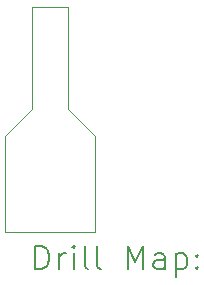
<source format=gbr>
%TF.GenerationSoftware,KiCad,Pcbnew,(6.0.7)*%
%TF.CreationDate,2022-08-12T15:38:06-07:00*%
%TF.ProjectId,mlx90632-breakout,6d6c7839-3036-4333-922d-627265616b6f,rev?*%
%TF.SameCoordinates,Original*%
%TF.FileFunction,Drillmap*%
%TF.FilePolarity,Positive*%
%FSLAX45Y45*%
G04 Gerber Fmt 4.5, Leading zero omitted, Abs format (unit mm)*
G04 Created by KiCad (PCBNEW (6.0.7)) date 2022-08-12 15:38:06*
%MOMM*%
%LPD*%
G01*
G04 APERTURE LIST*
%ADD10C,0.050000*%
%ADD11C,0.200000*%
G04 APERTURE END LIST*
D10*
X10942600Y-7308600D02*
X10714000Y-7537200D01*
X10942600Y-7308600D02*
X10942600Y-6445000D01*
X10714000Y-7537200D02*
X10714000Y-8350000D01*
X11247400Y-6445000D02*
X10942600Y-6445000D01*
X11476000Y-7537200D02*
X11476000Y-8350000D01*
X11247400Y-7308600D02*
X11247400Y-6445000D01*
X10714000Y-8350000D02*
X11476000Y-8350000D01*
X11247400Y-7308600D02*
X11476000Y-7537200D01*
D11*
X10969119Y-8662976D02*
X10969119Y-8462976D01*
X11016738Y-8462976D01*
X11045309Y-8472500D01*
X11064357Y-8491548D01*
X11073881Y-8510595D01*
X11083405Y-8548691D01*
X11083405Y-8577262D01*
X11073881Y-8615357D01*
X11064357Y-8634405D01*
X11045309Y-8653452D01*
X11016738Y-8662976D01*
X10969119Y-8662976D01*
X11169119Y-8662976D02*
X11169119Y-8529643D01*
X11169119Y-8567738D02*
X11178643Y-8548691D01*
X11188166Y-8539167D01*
X11207214Y-8529643D01*
X11226262Y-8529643D01*
X11292928Y-8662976D02*
X11292928Y-8529643D01*
X11292928Y-8462976D02*
X11283405Y-8472500D01*
X11292928Y-8482024D01*
X11302452Y-8472500D01*
X11292928Y-8462976D01*
X11292928Y-8482024D01*
X11416738Y-8662976D02*
X11397690Y-8653452D01*
X11388166Y-8634405D01*
X11388166Y-8462976D01*
X11521500Y-8662976D02*
X11502452Y-8653452D01*
X11492928Y-8634405D01*
X11492928Y-8462976D01*
X11750071Y-8662976D02*
X11750071Y-8462976D01*
X11816738Y-8605833D01*
X11883405Y-8462976D01*
X11883405Y-8662976D01*
X12064357Y-8662976D02*
X12064357Y-8558214D01*
X12054833Y-8539167D01*
X12035786Y-8529643D01*
X11997690Y-8529643D01*
X11978643Y-8539167D01*
X12064357Y-8653452D02*
X12045309Y-8662976D01*
X11997690Y-8662976D01*
X11978643Y-8653452D01*
X11969119Y-8634405D01*
X11969119Y-8615357D01*
X11978643Y-8596310D01*
X11997690Y-8586786D01*
X12045309Y-8586786D01*
X12064357Y-8577262D01*
X12159595Y-8529643D02*
X12159595Y-8729643D01*
X12159595Y-8539167D02*
X12178643Y-8529643D01*
X12216738Y-8529643D01*
X12235786Y-8539167D01*
X12245309Y-8548691D01*
X12254833Y-8567738D01*
X12254833Y-8624881D01*
X12245309Y-8643929D01*
X12235786Y-8653452D01*
X12216738Y-8662976D01*
X12178643Y-8662976D01*
X12159595Y-8653452D01*
X12340547Y-8643929D02*
X12350071Y-8653452D01*
X12340547Y-8662976D01*
X12331024Y-8653452D01*
X12340547Y-8643929D01*
X12340547Y-8662976D01*
X12340547Y-8539167D02*
X12350071Y-8548691D01*
X12340547Y-8558214D01*
X12331024Y-8548691D01*
X12340547Y-8539167D01*
X12340547Y-8558214D01*
M02*

</source>
